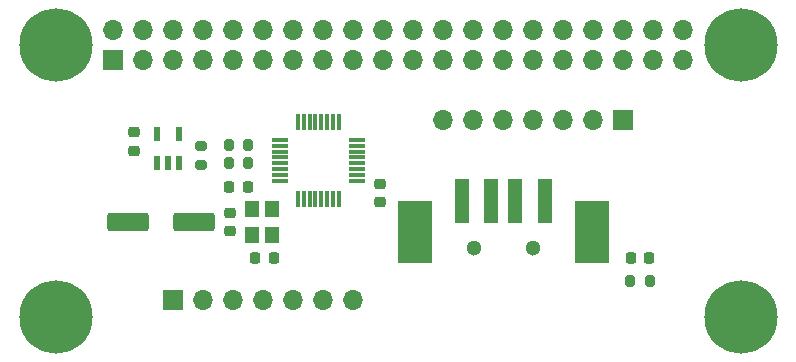
<source format=gts>
G04 #@! TF.GenerationSoftware,KiCad,Pcbnew,7.0.7*
G04 #@! TF.CreationDate,2023-11-12T02:44:02+01:00*
G04 #@! TF.ProjectId,max3421e-rpi-uhat,6d617833-3432-4316-952d-7270692d7568,1*
G04 #@! TF.SameCoordinates,Original*
G04 #@! TF.FileFunction,Soldermask,Top*
G04 #@! TF.FilePolarity,Negative*
%FSLAX46Y46*%
G04 Gerber Fmt 4.6, Leading zero omitted, Abs format (unit mm)*
G04 Created by KiCad (PCBNEW 7.0.7) date 2023-11-12 02:44:02*
%MOMM*%
%LPD*%
G01*
G04 APERTURE LIST*
G04 Aperture macros list*
%AMRoundRect*
0 Rectangle with rounded corners*
0 $1 Rounding radius*
0 $2 $3 $4 $5 $6 $7 $8 $9 X,Y pos of 4 corners*
0 Add a 4 corners polygon primitive as box body*
4,1,4,$2,$3,$4,$5,$6,$7,$8,$9,$2,$3,0*
0 Add four circle primitives for the rounded corners*
1,1,$1+$1,$2,$3*
1,1,$1+$1,$4,$5*
1,1,$1+$1,$6,$7*
1,1,$1+$1,$8,$9*
0 Add four rect primitives between the rounded corners*
20,1,$1+$1,$2,$3,$4,$5,0*
20,1,$1+$1,$4,$5,$6,$7,0*
20,1,$1+$1,$6,$7,$8,$9,0*
20,1,$1+$1,$8,$9,$2,$3,0*%
G04 Aperture macros list end*
%ADD10RoundRect,0.225000X-0.250000X0.225000X-0.250000X-0.225000X0.250000X-0.225000X0.250000X0.225000X0*%
%ADD11R,1.700000X1.700000*%
%ADD12O,1.700000X1.700000*%
%ADD13RoundRect,0.200000X0.275000X-0.200000X0.275000X0.200000X-0.275000X0.200000X-0.275000X-0.200000X0*%
%ADD14C,6.200000*%
%ADD15R,1.200000X1.400000*%
%ADD16RoundRect,0.225000X0.225000X0.250000X-0.225000X0.250000X-0.225000X-0.250000X0.225000X-0.250000X0*%
%ADD17C,1.300000*%
%ADD18R,1.200000X3.800000*%
%ADD19R,3.000000X5.300000*%
%ADD20RoundRect,0.225000X0.250000X-0.225000X0.250000X0.225000X-0.250000X0.225000X-0.250000X-0.225000X0*%
%ADD21RoundRect,0.225000X-0.225000X-0.250000X0.225000X-0.250000X0.225000X0.250000X-0.225000X0.250000X0*%
%ADD22RoundRect,0.200000X0.200000X0.275000X-0.200000X0.275000X-0.200000X-0.275000X0.200000X-0.275000X0*%
%ADD23R,0.600000X1.200000*%
%ADD24RoundRect,0.200000X-0.200000X-0.275000X0.200000X-0.275000X0.200000X0.275000X-0.200000X0.275000X0*%
%ADD25R,1.475000X0.300000*%
%ADD26R,0.300000X1.475000*%
%ADD27RoundRect,0.250000X1.500000X0.550000X-1.500000X0.550000X-1.500000X-0.550000X1.500000X-0.550000X0*%
G04 APERTURE END LIST*
D10*
X76650000Y-53875000D03*
X76650000Y-55425000D03*
D11*
X79980000Y-68110000D03*
D12*
X82520000Y-68110000D03*
X85060000Y-68110000D03*
X87600000Y-68110000D03*
X90140000Y-68110000D03*
X92680000Y-68110000D03*
X95220000Y-68110000D03*
D13*
X82300000Y-56675000D03*
X82300000Y-55025000D03*
D14*
X70000000Y-69500000D03*
D15*
X88350000Y-62612000D03*
X88350000Y-60412000D03*
X86650000Y-60412000D03*
X86650000Y-62612000D03*
D10*
X97500000Y-58225000D03*
X97500000Y-59775000D03*
D16*
X120275000Y-64500000D03*
X118725000Y-64500000D03*
D14*
X128000000Y-69500000D03*
D17*
X105400000Y-63637500D03*
X110400000Y-63637500D03*
D18*
X104400000Y-59737500D03*
X106890000Y-59737500D03*
X108900000Y-59737500D03*
X111400000Y-59737500D03*
D19*
X100400000Y-62337500D03*
X115400000Y-62337500D03*
D20*
X84750000Y-62275000D03*
X84750000Y-60725000D03*
D21*
X86925000Y-64500000D03*
X88475000Y-64500000D03*
D22*
X86325000Y-55000000D03*
X84675000Y-55000000D03*
D23*
X78550000Y-56500000D03*
X79500000Y-56500000D03*
X80450000Y-56500000D03*
X80450000Y-54000000D03*
X78550000Y-54000000D03*
D24*
X118675000Y-66500000D03*
X120325000Y-66500000D03*
D14*
X128000000Y-46500000D03*
D16*
X86275000Y-58500000D03*
X84725000Y-58500000D03*
D25*
X95488000Y-58012000D03*
X95488000Y-57512000D03*
X95488000Y-57012000D03*
X95488000Y-56512000D03*
X95488000Y-56012000D03*
X95488000Y-55512000D03*
X95488000Y-55012000D03*
X95488000Y-54512000D03*
D26*
X94000000Y-53024000D03*
X93500000Y-53024000D03*
X93000000Y-53024000D03*
X92500000Y-53024000D03*
X92000000Y-53024000D03*
X91500000Y-53024000D03*
X91000000Y-53024000D03*
X90500000Y-53024000D03*
D25*
X89012000Y-54512000D03*
X89012000Y-55012000D03*
X89012000Y-55512000D03*
X89012000Y-56012000D03*
X89012000Y-56512000D03*
X89012000Y-57012000D03*
X89012000Y-57512000D03*
X89012000Y-58012000D03*
D26*
X90500000Y-59500000D03*
X91000000Y-59500000D03*
X91500000Y-59500000D03*
X92000000Y-59500000D03*
X92500000Y-59500000D03*
X93000000Y-59500000D03*
X93500000Y-59500000D03*
X94000000Y-59500000D03*
D22*
X86325000Y-56500000D03*
X84675000Y-56500000D03*
D11*
X118080000Y-52880000D03*
D12*
X115540000Y-52880000D03*
X113000000Y-52880000D03*
X110460000Y-52880000D03*
X107920000Y-52880000D03*
X105380000Y-52880000D03*
X102840000Y-52880000D03*
D27*
X81700000Y-61500000D03*
X76100000Y-61500000D03*
D14*
X70000000Y-46500000D03*
D11*
X74900000Y-47790000D03*
D12*
X74900000Y-45250000D03*
X77440000Y-47790000D03*
X77440000Y-45250000D03*
X79980000Y-47790000D03*
X79980000Y-45250000D03*
X82520000Y-47790000D03*
X82520000Y-45250000D03*
X85060000Y-47790000D03*
X85060000Y-45250000D03*
X87600000Y-47790000D03*
X87600000Y-45250000D03*
X90140000Y-47790000D03*
X90140000Y-45250000D03*
X92680000Y-47790000D03*
X92680000Y-45250000D03*
X95220000Y-47790000D03*
X95220000Y-45250000D03*
X97760000Y-47790000D03*
X97760000Y-45250000D03*
X100300000Y-47790000D03*
X100300000Y-45250000D03*
X102840000Y-47790000D03*
X102840000Y-45250000D03*
X105380000Y-47790000D03*
X105380000Y-45250000D03*
X107920000Y-47790000D03*
X107920000Y-45250000D03*
X110460000Y-47790000D03*
X110460000Y-45250000D03*
X113000000Y-47790000D03*
X113000000Y-45250000D03*
X115540000Y-47790000D03*
X115540000Y-45250000D03*
X118080000Y-47790000D03*
X118080000Y-45250000D03*
X120620000Y-47790000D03*
X120620000Y-45250000D03*
X123160000Y-47790000D03*
X123160000Y-45250000D03*
M02*

</source>
